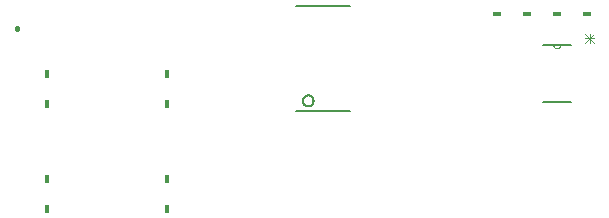
<source format=gbo>
G75*
%MOIN*%
%OFA0B0*%
%FSLAX25Y25*%
%IPPOS*%
%LPD*%
%AMOC8*
5,1,8,0,0,1.08239X$1,22.5*
%
%ADD10C,0.01600*%
%ADD11R,0.01600X0.02800*%
%ADD12R,0.02800X0.01600*%
%ADD13C,0.00600*%
%ADD14C,0.00000*%
%ADD15C,0.00300*%
D10*
X0041550Y0076530D02*
X0041550Y0076770D01*
D11*
X0051550Y0016650D03*
X0051550Y0026650D03*
X0051550Y0051650D03*
X0051550Y0061650D03*
X0091550Y0061650D03*
X0091550Y0051650D03*
X0091550Y0026650D03*
X0091550Y0016650D03*
D12*
X0201550Y0081650D03*
X0211550Y0081650D03*
X0221550Y0081650D03*
X0231550Y0081650D03*
D13*
X0226150Y0071250D02*
X0222750Y0071250D01*
X0220350Y0071250D01*
X0216950Y0071250D01*
X0216950Y0052050D02*
X0226150Y0052050D01*
X0152427Y0049112D02*
X0134452Y0049112D01*
X0136840Y0052612D02*
X0136842Y0052696D01*
X0136848Y0052781D01*
X0136858Y0052864D01*
X0136872Y0052948D01*
X0136889Y0053030D01*
X0136911Y0053112D01*
X0136936Y0053192D01*
X0136965Y0053271D01*
X0136998Y0053349D01*
X0137034Y0053425D01*
X0137074Y0053500D01*
X0137118Y0053572D01*
X0137164Y0053643D01*
X0137214Y0053711D01*
X0137267Y0053776D01*
X0137323Y0053839D01*
X0137382Y0053900D01*
X0137444Y0053957D01*
X0137508Y0054012D01*
X0137575Y0054063D01*
X0137644Y0054112D01*
X0137716Y0054157D01*
X0137789Y0054198D01*
X0137864Y0054236D01*
X0137941Y0054271D01*
X0138020Y0054302D01*
X0138100Y0054329D01*
X0138181Y0054352D01*
X0138263Y0054372D01*
X0138346Y0054388D01*
X0138429Y0054400D01*
X0138514Y0054408D01*
X0138598Y0054412D01*
X0138682Y0054412D01*
X0138766Y0054408D01*
X0138851Y0054400D01*
X0138934Y0054388D01*
X0139017Y0054372D01*
X0139099Y0054352D01*
X0139180Y0054329D01*
X0139260Y0054302D01*
X0139339Y0054271D01*
X0139416Y0054236D01*
X0139491Y0054198D01*
X0139564Y0054157D01*
X0139636Y0054112D01*
X0139705Y0054063D01*
X0139772Y0054012D01*
X0139836Y0053957D01*
X0139898Y0053900D01*
X0139957Y0053839D01*
X0140013Y0053776D01*
X0140066Y0053711D01*
X0140116Y0053643D01*
X0140162Y0053572D01*
X0140206Y0053500D01*
X0140246Y0053425D01*
X0140282Y0053349D01*
X0140315Y0053271D01*
X0140344Y0053192D01*
X0140369Y0053112D01*
X0140391Y0053030D01*
X0140408Y0052948D01*
X0140422Y0052864D01*
X0140432Y0052781D01*
X0140438Y0052696D01*
X0140440Y0052612D01*
X0140438Y0052528D01*
X0140432Y0052443D01*
X0140422Y0052360D01*
X0140408Y0052276D01*
X0140391Y0052194D01*
X0140369Y0052112D01*
X0140344Y0052032D01*
X0140315Y0051953D01*
X0140282Y0051875D01*
X0140246Y0051799D01*
X0140206Y0051724D01*
X0140162Y0051652D01*
X0140116Y0051581D01*
X0140066Y0051513D01*
X0140013Y0051448D01*
X0139957Y0051385D01*
X0139898Y0051324D01*
X0139836Y0051267D01*
X0139772Y0051212D01*
X0139705Y0051161D01*
X0139636Y0051112D01*
X0139564Y0051067D01*
X0139491Y0051026D01*
X0139416Y0050988D01*
X0139339Y0050953D01*
X0139260Y0050922D01*
X0139180Y0050895D01*
X0139099Y0050872D01*
X0139017Y0050852D01*
X0138934Y0050836D01*
X0138851Y0050824D01*
X0138766Y0050816D01*
X0138682Y0050812D01*
X0138598Y0050812D01*
X0138514Y0050816D01*
X0138429Y0050824D01*
X0138346Y0050836D01*
X0138263Y0050852D01*
X0138181Y0050872D01*
X0138100Y0050895D01*
X0138020Y0050922D01*
X0137941Y0050953D01*
X0137864Y0050988D01*
X0137789Y0051026D01*
X0137716Y0051067D01*
X0137644Y0051112D01*
X0137575Y0051161D01*
X0137508Y0051212D01*
X0137444Y0051267D01*
X0137382Y0051324D01*
X0137323Y0051385D01*
X0137267Y0051448D01*
X0137214Y0051513D01*
X0137164Y0051581D01*
X0137118Y0051652D01*
X0137074Y0051724D01*
X0137034Y0051799D01*
X0136998Y0051875D01*
X0136965Y0051953D01*
X0136936Y0052032D01*
X0136911Y0052112D01*
X0136889Y0052194D01*
X0136872Y0052276D01*
X0136858Y0052360D01*
X0136848Y0052443D01*
X0136842Y0052528D01*
X0136840Y0052612D01*
X0134452Y0084267D02*
X0152427Y0084267D01*
D14*
X0220350Y0071250D02*
X0220352Y0071181D01*
X0220358Y0071113D01*
X0220368Y0071045D01*
X0220381Y0070978D01*
X0220399Y0070912D01*
X0220420Y0070847D01*
X0220445Y0070783D01*
X0220473Y0070721D01*
X0220505Y0070660D01*
X0220540Y0070601D01*
X0220579Y0070545D01*
X0220621Y0070490D01*
X0220666Y0070439D01*
X0220714Y0070389D01*
X0220764Y0070343D01*
X0220817Y0070300D01*
X0220873Y0070259D01*
X0220930Y0070222D01*
X0220990Y0070189D01*
X0221052Y0070158D01*
X0221115Y0070132D01*
X0221179Y0070109D01*
X0221245Y0070089D01*
X0221312Y0070074D01*
X0221379Y0070062D01*
X0221447Y0070054D01*
X0221516Y0070050D01*
X0221584Y0070050D01*
X0221653Y0070054D01*
X0221721Y0070062D01*
X0221788Y0070074D01*
X0221855Y0070089D01*
X0221921Y0070109D01*
X0221985Y0070132D01*
X0222048Y0070158D01*
X0222110Y0070189D01*
X0222170Y0070222D01*
X0222227Y0070259D01*
X0222283Y0070300D01*
X0222336Y0070343D01*
X0222386Y0070389D01*
X0222434Y0070439D01*
X0222479Y0070490D01*
X0222521Y0070545D01*
X0222560Y0070601D01*
X0222595Y0070660D01*
X0222627Y0070721D01*
X0222655Y0070783D01*
X0222680Y0070847D01*
X0222701Y0070912D01*
X0222719Y0070978D01*
X0222732Y0071045D01*
X0222742Y0071113D01*
X0222748Y0071181D01*
X0222750Y0071250D01*
D15*
X0230864Y0071784D02*
X0234000Y0074920D01*
X0232432Y0074920D02*
X0232432Y0071784D01*
X0234000Y0071784D02*
X0230864Y0074920D01*
X0230864Y0073352D02*
X0234000Y0073352D01*
M02*

</source>
